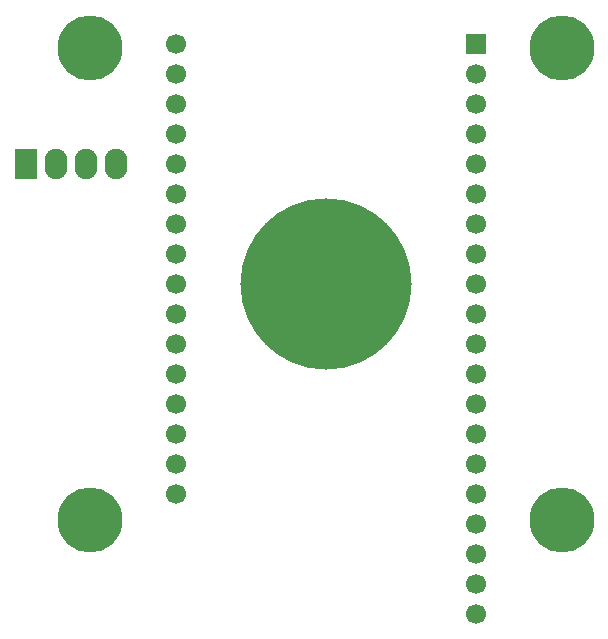
<source format=gbs>
G04 DipTrace 3.2.0.1*
G04 ddssl.GBS*
%MOIN*%
G04 #@! TF.FileFunction,Soldermask,Bot*
G04 #@! TF.Part,Single*
%ADD32C,0.570866*%
%ADD33C,0.216535*%
%ADD47O,0.074803X0.102362*%
%ADD49R,0.074803X0.102362*%
%ADD55R,0.066929X0.066929*%
%ADD57C,0.066929*%
%FSLAX26Y26*%
G04*
G70*
G90*
G75*
G01*
G04 BotMask*
%LPD*%
D57*
X1272295Y2574856D3*
Y2474856D3*
Y2374856D3*
Y2274856D3*
Y2174856D3*
Y2074856D3*
Y1974856D3*
Y1874856D3*
Y1774856D3*
Y1674856D3*
Y1574856D3*
Y1474856D3*
Y1374856D3*
Y1274856D3*
Y1174856D3*
Y1074856D3*
X2272295Y674856D3*
Y774856D3*
Y874856D3*
Y974856D3*
Y1074856D3*
Y1174856D3*
Y1274856D3*
Y1374856D3*
Y1474856D3*
Y1574856D3*
Y1674856D3*
Y1774856D3*
Y1874856D3*
Y1974856D3*
Y2074856D3*
Y2174856D3*
Y2274856D3*
Y2374856D3*
Y2474856D3*
D55*
Y2574856D3*
D32*
X1772295Y1774856D3*
D33*
X985838Y2561312D3*
X2558751Y988399D3*
Y2561312D3*
X985838Y988399D3*
D49*
X772295Y2174856D3*
D47*
X872295D3*
X972295D3*
X1072295D3*
M02*

</source>
